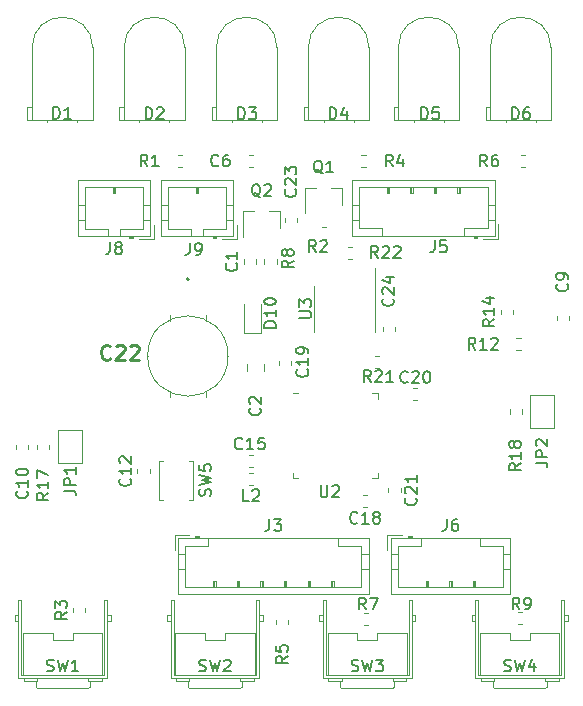
<source format=gbr>
%TF.GenerationSoftware,KiCad,Pcbnew,(5.1.6)-1*%
%TF.CreationDate,2020-12-26T20:27:58+01:00*%
%TF.ProjectId,VESC_UI,56455343-5f55-4492-9e6b-696361645f70,rev?*%
%TF.SameCoordinates,Original*%
%TF.FileFunction,Legend,Top*%
%TF.FilePolarity,Positive*%
%FSLAX46Y46*%
G04 Gerber Fmt 4.6, Leading zero omitted, Abs format (unit mm)*
G04 Created by KiCad (PCBNEW (5.1.6)-1) date 2020-12-26 20:27:58*
%MOMM*%
%LPD*%
G01*
G04 APERTURE LIST*
%ADD10C,0.120000*%
%ADD11C,0.200000*%
%ADD12C,0.100000*%
%ADD13C,0.150000*%
%ADD14C,0.254000*%
G04 APERTURE END LIST*
D10*
%TO.C,C15*%
X135771267Y-107110000D02*
X135428733Y-107110000D01*
X135771267Y-106090000D02*
X135428733Y-106090000D01*
%TO.C,L2*%
X135428733Y-108710000D02*
X135771267Y-108710000D01*
X135428733Y-107690000D02*
X135771267Y-107690000D01*
%TO.C,C12*%
X127010000Y-107328733D02*
X127010000Y-107671267D01*
X125990000Y-107328733D02*
X125990000Y-107671267D01*
%TO.C,SW5*%
X128150000Y-106600000D02*
X127850000Y-106600000D01*
X127850000Y-106600000D02*
X127850000Y-109900000D01*
X127850000Y-109900000D02*
X128150000Y-109900000D01*
X130350000Y-106600000D02*
X130650000Y-106600000D01*
X130650000Y-106600000D02*
X130650000Y-109900000D01*
X130650000Y-109900000D02*
X130350000Y-109900000D01*
%TO.C,C24*%
X146740000Y-95671267D02*
X146740000Y-95328733D01*
X147760000Y-95671267D02*
X147760000Y-95328733D01*
%TO.C,C21*%
X148260000Y-108953733D02*
X148260000Y-109296267D01*
X147240000Y-108953733D02*
X147240000Y-109296267D01*
%TO.C,C20*%
X149328733Y-100490000D02*
X149671267Y-100490000D01*
X149328733Y-101510000D02*
X149671267Y-101510000D01*
%TO.C,C10*%
X116760000Y-105278733D02*
X116760000Y-105621267D01*
X115740000Y-105278733D02*
X115740000Y-105621267D01*
%TO.C,C9*%
X162510000Y-94671267D02*
X162510000Y-94328733D01*
X161490000Y-94671267D02*
X161490000Y-94328733D01*
%TO.C,C6*%
X135796267Y-81760000D02*
X135453733Y-81760000D01*
X135796267Y-80740000D02*
X135453733Y-80740000D01*
%TO.C,C23*%
X138490000Y-86078733D02*
X138490000Y-86421267D01*
X139510000Y-86078733D02*
X139510000Y-86421267D01*
%TO.C,Q2*%
X138080000Y-85490000D02*
X137150000Y-85490000D01*
X134920000Y-85490000D02*
X135850000Y-85490000D01*
X134920000Y-85490000D02*
X134920000Y-87650000D01*
X138080000Y-85490000D02*
X138080000Y-86950000D01*
%TO.C,C1*%
X134990000Y-89578733D02*
X134990000Y-89921267D01*
X136010000Y-89578733D02*
X136010000Y-89921267D01*
%TO.C,R8*%
X136740000Y-89578733D02*
X136740000Y-89921267D01*
X137760000Y-89578733D02*
X137760000Y-89921267D01*
%TO.C,SW1*%
X123002800Y-121200000D02*
X123002800Y-124705200D01*
X120500000Y-121200000D02*
X123002800Y-121200000D01*
X116297200Y-121200000D02*
X116297200Y-124705200D01*
X118800000Y-121200000D02*
X116297200Y-121200000D01*
X117364000Y-125772000D02*
X117364000Y-125264000D01*
X121936000Y-125772000D02*
X121936000Y-125264000D01*
X116348000Y-125264000D02*
X117491000Y-125264000D01*
X116348000Y-125264000D02*
X116348000Y-125010000D01*
X121809000Y-125264000D02*
X122952000Y-125264000D01*
X122952000Y-125264000D02*
X122952000Y-125010000D01*
X117491000Y-125899000D02*
X121809000Y-125899000D01*
X121809000Y-125010000D02*
X121809000Y-125264000D01*
X117491000Y-125264000D02*
X117491000Y-125010000D01*
X120500000Y-121800000D02*
X120500000Y-121200000D01*
X118800000Y-121800000D02*
X118800000Y-121200000D01*
X118800000Y-121800000D02*
X120500000Y-121800000D01*
X115586000Y-120184000D02*
X115586000Y-119676000D01*
X115586000Y-120184000D02*
X115840000Y-120184000D01*
X115840000Y-119676000D02*
X115586000Y-119676000D01*
X123714000Y-120184000D02*
X123460000Y-120184000D01*
X123714000Y-119676000D02*
X123714000Y-120184000D01*
X123587000Y-119676000D02*
X123714000Y-119676000D01*
X123460000Y-119676000D02*
X123587000Y-119676000D01*
X116150000Y-118450000D02*
X116150000Y-124750000D01*
X123150000Y-124750000D02*
X116150000Y-124750000D01*
X123150000Y-118450000D02*
X123150000Y-124750000D01*
X123400000Y-125000000D02*
X123400000Y-118450000D01*
X115900000Y-125000000D02*
X115900000Y-118450000D01*
X115900000Y-118450000D02*
X116150000Y-118450000D01*
X123150000Y-118450000D02*
X123400000Y-118450000D01*
X123400000Y-125000000D02*
X115900000Y-125000000D01*
X121936000Y-125772000D02*
G75*
G02*
X121809000Y-125899000I-127000J0D01*
G01*
X117491000Y-125899000D02*
G75*
G02*
X117364000Y-125772000I0J127000D01*
G01*
%TO.C,SW2*%
X136300000Y-125000000D02*
X128800000Y-125000000D01*
X136050000Y-118450000D02*
X136300000Y-118450000D01*
X128800000Y-118450000D02*
X129050000Y-118450000D01*
X128800000Y-125000000D02*
X128800000Y-118450000D01*
X136300000Y-125000000D02*
X136300000Y-118450000D01*
X136050000Y-118450000D02*
X136050000Y-124750000D01*
X136050000Y-124750000D02*
X129050000Y-124750000D01*
X129050000Y-118450000D02*
X129050000Y-124750000D01*
X136360000Y-119676000D02*
X136487000Y-119676000D01*
X136487000Y-119676000D02*
X136614000Y-119676000D01*
X136614000Y-119676000D02*
X136614000Y-120184000D01*
X136614000Y-120184000D02*
X136360000Y-120184000D01*
X128740000Y-119676000D02*
X128486000Y-119676000D01*
X128486000Y-120184000D02*
X128740000Y-120184000D01*
X128486000Y-120184000D02*
X128486000Y-119676000D01*
X131700000Y-121800000D02*
X133400000Y-121800000D01*
X131700000Y-121800000D02*
X131700000Y-121200000D01*
X133400000Y-121800000D02*
X133400000Y-121200000D01*
X130391000Y-125264000D02*
X130391000Y-125010000D01*
X134709000Y-125010000D02*
X134709000Y-125264000D01*
X130391000Y-125899000D02*
X134709000Y-125899000D01*
X135852000Y-125264000D02*
X135852000Y-125010000D01*
X134709000Y-125264000D02*
X135852000Y-125264000D01*
X129248000Y-125264000D02*
X129248000Y-125010000D01*
X129248000Y-125264000D02*
X130391000Y-125264000D01*
X134836000Y-125772000D02*
X134836000Y-125264000D01*
X130264000Y-125772000D02*
X130264000Y-125264000D01*
X131700000Y-121200000D02*
X129197200Y-121200000D01*
X129197200Y-121200000D02*
X129197200Y-124705200D01*
X133400000Y-121200000D02*
X135902800Y-121200000D01*
X135902800Y-121200000D02*
X135902800Y-124705200D01*
X130391000Y-125899000D02*
G75*
G02*
X130264000Y-125772000I0J127000D01*
G01*
X134836000Y-125772000D02*
G75*
G02*
X134709000Y-125899000I-127000J0D01*
G01*
%TO.C,SW3*%
X148802800Y-121200000D02*
X148802800Y-124705200D01*
X146300000Y-121200000D02*
X148802800Y-121200000D01*
X142097200Y-121200000D02*
X142097200Y-124705200D01*
X144600000Y-121200000D02*
X142097200Y-121200000D01*
X143164000Y-125772000D02*
X143164000Y-125264000D01*
X147736000Y-125772000D02*
X147736000Y-125264000D01*
X142148000Y-125264000D02*
X143291000Y-125264000D01*
X142148000Y-125264000D02*
X142148000Y-125010000D01*
X147609000Y-125264000D02*
X148752000Y-125264000D01*
X148752000Y-125264000D02*
X148752000Y-125010000D01*
X143291000Y-125899000D02*
X147609000Y-125899000D01*
X147609000Y-125010000D02*
X147609000Y-125264000D01*
X143291000Y-125264000D02*
X143291000Y-125010000D01*
X146300000Y-121800000D02*
X146300000Y-121200000D01*
X144600000Y-121800000D02*
X144600000Y-121200000D01*
X144600000Y-121800000D02*
X146300000Y-121800000D01*
X141386000Y-120184000D02*
X141386000Y-119676000D01*
X141386000Y-120184000D02*
X141640000Y-120184000D01*
X141640000Y-119676000D02*
X141386000Y-119676000D01*
X149514000Y-120184000D02*
X149260000Y-120184000D01*
X149514000Y-119676000D02*
X149514000Y-120184000D01*
X149387000Y-119676000D02*
X149514000Y-119676000D01*
X149260000Y-119676000D02*
X149387000Y-119676000D01*
X141950000Y-118450000D02*
X141950000Y-124750000D01*
X148950000Y-124750000D02*
X141950000Y-124750000D01*
X148950000Y-118450000D02*
X148950000Y-124750000D01*
X149200000Y-125000000D02*
X149200000Y-118450000D01*
X141700000Y-125000000D02*
X141700000Y-118450000D01*
X141700000Y-118450000D02*
X141950000Y-118450000D01*
X148950000Y-118450000D02*
X149200000Y-118450000D01*
X149200000Y-125000000D02*
X141700000Y-125000000D01*
X147736000Y-125772000D02*
G75*
G02*
X147609000Y-125899000I-127000J0D01*
G01*
X143291000Y-125899000D02*
G75*
G02*
X143164000Y-125772000I0J127000D01*
G01*
%TO.C,SW4*%
X162100000Y-125000000D02*
X154600000Y-125000000D01*
X161850000Y-118450000D02*
X162100000Y-118450000D01*
X154600000Y-118450000D02*
X154850000Y-118450000D01*
X154600000Y-125000000D02*
X154600000Y-118450000D01*
X162100000Y-125000000D02*
X162100000Y-118450000D01*
X161850000Y-118450000D02*
X161850000Y-124750000D01*
X161850000Y-124750000D02*
X154850000Y-124750000D01*
X154850000Y-118450000D02*
X154850000Y-124750000D01*
X162160000Y-119676000D02*
X162287000Y-119676000D01*
X162287000Y-119676000D02*
X162414000Y-119676000D01*
X162414000Y-119676000D02*
X162414000Y-120184000D01*
X162414000Y-120184000D02*
X162160000Y-120184000D01*
X154540000Y-119676000D02*
X154286000Y-119676000D01*
X154286000Y-120184000D02*
X154540000Y-120184000D01*
X154286000Y-120184000D02*
X154286000Y-119676000D01*
X157500000Y-121800000D02*
X159200000Y-121800000D01*
X157500000Y-121800000D02*
X157500000Y-121200000D01*
X159200000Y-121800000D02*
X159200000Y-121200000D01*
X156191000Y-125264000D02*
X156191000Y-125010000D01*
X160509000Y-125010000D02*
X160509000Y-125264000D01*
X156191000Y-125899000D02*
X160509000Y-125899000D01*
X161652000Y-125264000D02*
X161652000Y-125010000D01*
X160509000Y-125264000D02*
X161652000Y-125264000D01*
X155048000Y-125264000D02*
X155048000Y-125010000D01*
X155048000Y-125264000D02*
X156191000Y-125264000D01*
X160636000Y-125772000D02*
X160636000Y-125264000D01*
X156064000Y-125772000D02*
X156064000Y-125264000D01*
X157500000Y-121200000D02*
X154997200Y-121200000D01*
X154997200Y-121200000D02*
X154997200Y-124705200D01*
X159200000Y-121200000D02*
X161702800Y-121200000D01*
X161702800Y-121200000D02*
X161702800Y-124705200D01*
X156191000Y-125899000D02*
G75*
G02*
X156064000Y-125772000I0J127000D01*
G01*
X160636000Y-125772000D02*
G75*
G02*
X160509000Y-125899000I-127000J0D01*
G01*
%TO.C,R21*%
X146078733Y-98760000D02*
X146421267Y-98760000D01*
X146078733Y-97740000D02*
X146421267Y-97740000D01*
%TO.C,U3*%
X146060000Y-93750000D02*
X146060000Y-90300000D01*
X146060000Y-93750000D02*
X146060000Y-95700000D01*
X140940000Y-93750000D02*
X140940000Y-91800000D01*
X140940000Y-93750000D02*
X140940000Y-95700000D01*
%TO.C,J5*%
X156235000Y-87560000D02*
X156235000Y-82840000D01*
X156235000Y-82840000D02*
X144115000Y-82840000D01*
X144115000Y-82840000D02*
X144115000Y-87560000D01*
X144115000Y-87560000D02*
X156235000Y-87560000D01*
X154475000Y-87560000D02*
X154475000Y-87760000D01*
X154475000Y-87760000D02*
X154775000Y-87760000D01*
X154775000Y-87760000D02*
X154775000Y-87560000D01*
X154475000Y-87660000D02*
X154775000Y-87660000D01*
X153675000Y-87560000D02*
X153675000Y-86950000D01*
X153675000Y-86950000D02*
X155625000Y-86950000D01*
X155625000Y-86950000D02*
X155625000Y-83450000D01*
X155625000Y-83450000D02*
X144725000Y-83450000D01*
X144725000Y-83450000D02*
X144725000Y-86950000D01*
X144725000Y-86950000D02*
X146675000Y-86950000D01*
X146675000Y-86950000D02*
X146675000Y-87560000D01*
X156235000Y-86250000D02*
X155625000Y-86250000D01*
X156235000Y-84950000D02*
X155625000Y-84950000D01*
X144115000Y-86250000D02*
X144725000Y-86250000D01*
X144115000Y-84950000D02*
X144725000Y-84950000D01*
X153275000Y-83450000D02*
X153275000Y-83950000D01*
X153275000Y-83950000D02*
X153075000Y-83950000D01*
X153075000Y-83950000D02*
X153075000Y-83450000D01*
X153175000Y-83450000D02*
X153175000Y-83950000D01*
X151275000Y-83450000D02*
X151275000Y-83950000D01*
X151275000Y-83950000D02*
X151075000Y-83950000D01*
X151075000Y-83950000D02*
X151075000Y-83450000D01*
X151175000Y-83450000D02*
X151175000Y-83950000D01*
X149275000Y-83450000D02*
X149275000Y-83950000D01*
X149275000Y-83950000D02*
X149075000Y-83950000D01*
X149075000Y-83950000D02*
X149075000Y-83450000D01*
X149175000Y-83450000D02*
X149175000Y-83950000D01*
X147275000Y-83450000D02*
X147275000Y-83950000D01*
X147275000Y-83950000D02*
X147075000Y-83950000D01*
X147075000Y-83950000D02*
X147075000Y-83450000D01*
X147175000Y-83450000D02*
X147175000Y-83950000D01*
X155285000Y-87860000D02*
X156535000Y-87860000D01*
X156535000Y-87860000D02*
X156535000Y-86610000D01*
%TO.C,D6*%
X157160000Y-77920000D02*
X157160000Y-77920000D01*
X157160000Y-77790000D02*
X157160000Y-77920000D01*
X157160000Y-77790000D02*
X157160000Y-77790000D01*
X157160000Y-77920000D02*
X157160000Y-77790000D01*
X159700000Y-77920000D02*
X159700000Y-77920000D01*
X159700000Y-77790000D02*
X159700000Y-77920000D01*
X159700000Y-77790000D02*
X159700000Y-77790000D01*
X159700000Y-77920000D02*
X159700000Y-77790000D01*
X155870000Y-77790000D02*
X155470000Y-77790000D01*
X155870000Y-76670000D02*
X155870000Y-77790000D01*
X155470000Y-76670000D02*
X155870000Y-76670000D01*
X155470000Y-77790000D02*
X155470000Y-76670000D01*
X160990000Y-77790000D02*
X155870000Y-77790000D01*
X155870000Y-77790000D02*
X155870000Y-71630000D01*
X160990000Y-77790000D02*
X160990000Y-71630000D01*
X155870000Y-71630000D02*
G75*
G02*
X160990000Y-71630000I2560000J0D01*
G01*
%TO.C,D5*%
X149360000Y-77920000D02*
X149360000Y-77920000D01*
X149360000Y-77790000D02*
X149360000Y-77920000D01*
X149360000Y-77790000D02*
X149360000Y-77790000D01*
X149360000Y-77920000D02*
X149360000Y-77790000D01*
X151900000Y-77920000D02*
X151900000Y-77920000D01*
X151900000Y-77790000D02*
X151900000Y-77920000D01*
X151900000Y-77790000D02*
X151900000Y-77790000D01*
X151900000Y-77920000D02*
X151900000Y-77790000D01*
X148070000Y-77790000D02*
X147670000Y-77790000D01*
X148070000Y-76670000D02*
X148070000Y-77790000D01*
X147670000Y-76670000D02*
X148070000Y-76670000D01*
X147670000Y-77790000D02*
X147670000Y-76670000D01*
X153190000Y-77790000D02*
X148070000Y-77790000D01*
X148070000Y-77790000D02*
X148070000Y-71630000D01*
X153190000Y-77790000D02*
X153190000Y-71630000D01*
X148070000Y-71630000D02*
G75*
G02*
X153190000Y-71630000I2560000J0D01*
G01*
%TO.C,D4*%
X141750000Y-77920000D02*
X141750000Y-77920000D01*
X141750000Y-77790000D02*
X141750000Y-77920000D01*
X141750000Y-77790000D02*
X141750000Y-77790000D01*
X141750000Y-77920000D02*
X141750000Y-77790000D01*
X144290000Y-77920000D02*
X144290000Y-77920000D01*
X144290000Y-77790000D02*
X144290000Y-77920000D01*
X144290000Y-77790000D02*
X144290000Y-77790000D01*
X144290000Y-77920000D02*
X144290000Y-77790000D01*
X140460000Y-77790000D02*
X140060000Y-77790000D01*
X140460000Y-76670000D02*
X140460000Y-77790000D01*
X140060000Y-76670000D02*
X140460000Y-76670000D01*
X140060000Y-77790000D02*
X140060000Y-76670000D01*
X145580000Y-77790000D02*
X140460000Y-77790000D01*
X140460000Y-77790000D02*
X140460000Y-71630000D01*
X145580000Y-77790000D02*
X145580000Y-71630000D01*
X140460000Y-71630000D02*
G75*
G02*
X145580000Y-71630000I2560000J0D01*
G01*
%TO.C,D3*%
X133960000Y-77920000D02*
X133960000Y-77920000D01*
X133960000Y-77790000D02*
X133960000Y-77920000D01*
X133960000Y-77790000D02*
X133960000Y-77790000D01*
X133960000Y-77920000D02*
X133960000Y-77790000D01*
X136500000Y-77920000D02*
X136500000Y-77920000D01*
X136500000Y-77790000D02*
X136500000Y-77920000D01*
X136500000Y-77790000D02*
X136500000Y-77790000D01*
X136500000Y-77920000D02*
X136500000Y-77790000D01*
X132670000Y-77790000D02*
X132270000Y-77790000D01*
X132670000Y-76670000D02*
X132670000Y-77790000D01*
X132270000Y-76670000D02*
X132670000Y-76670000D01*
X132270000Y-77790000D02*
X132270000Y-76670000D01*
X137790000Y-77790000D02*
X132670000Y-77790000D01*
X132670000Y-77790000D02*
X132670000Y-71630000D01*
X137790000Y-77790000D02*
X137790000Y-71630000D01*
X132670000Y-71630000D02*
G75*
G02*
X137790000Y-71630000I2560000J0D01*
G01*
%TO.C,D2*%
X126150000Y-77920000D02*
X126150000Y-77920000D01*
X126150000Y-77790000D02*
X126150000Y-77920000D01*
X126150000Y-77790000D02*
X126150000Y-77790000D01*
X126150000Y-77920000D02*
X126150000Y-77790000D01*
X128690000Y-77920000D02*
X128690000Y-77920000D01*
X128690000Y-77790000D02*
X128690000Y-77920000D01*
X128690000Y-77790000D02*
X128690000Y-77790000D01*
X128690000Y-77920000D02*
X128690000Y-77790000D01*
X124860000Y-77790000D02*
X124460000Y-77790000D01*
X124860000Y-76670000D02*
X124860000Y-77790000D01*
X124460000Y-76670000D02*
X124860000Y-76670000D01*
X124460000Y-77790000D02*
X124460000Y-76670000D01*
X129980000Y-77790000D02*
X124860000Y-77790000D01*
X124860000Y-77790000D02*
X124860000Y-71630000D01*
X129980000Y-77790000D02*
X129980000Y-71630000D01*
X124860000Y-71630000D02*
G75*
G02*
X129980000Y-71630000I2560000J0D01*
G01*
%TO.C,D1*%
X118360000Y-77920000D02*
X118360000Y-77920000D01*
X118360000Y-77790000D02*
X118360000Y-77920000D01*
X118360000Y-77790000D02*
X118360000Y-77790000D01*
X118360000Y-77920000D02*
X118360000Y-77790000D01*
X120900000Y-77920000D02*
X120900000Y-77920000D01*
X120900000Y-77790000D02*
X120900000Y-77920000D01*
X120900000Y-77790000D02*
X120900000Y-77790000D01*
X120900000Y-77920000D02*
X120900000Y-77790000D01*
X117070000Y-77790000D02*
X116670000Y-77790000D01*
X117070000Y-76670000D02*
X117070000Y-77790000D01*
X116670000Y-76670000D02*
X117070000Y-76670000D01*
X116670000Y-77790000D02*
X116670000Y-76670000D01*
X122190000Y-77790000D02*
X117070000Y-77790000D01*
X117070000Y-77790000D02*
X117070000Y-71630000D01*
X122190000Y-77790000D02*
X122190000Y-71630000D01*
X117070000Y-71630000D02*
G75*
G02*
X122190000Y-71630000I2560000J0D01*
G01*
%TO.C,C2*%
X136710000Y-98986252D02*
X136710000Y-98463748D01*
X135290000Y-98986252D02*
X135290000Y-98463748D01*
%TO.C,J6*%
X147440000Y-113190000D02*
X147440000Y-117910000D01*
X147440000Y-117910000D02*
X157560000Y-117910000D01*
X157560000Y-117910000D02*
X157560000Y-113190000D01*
X157560000Y-113190000D02*
X147440000Y-113190000D01*
X149200000Y-113190000D02*
X149200000Y-112990000D01*
X149200000Y-112990000D02*
X148900000Y-112990000D01*
X148900000Y-112990000D02*
X148900000Y-113190000D01*
X149200000Y-113090000D02*
X148900000Y-113090000D01*
X150000000Y-113190000D02*
X150000000Y-113800000D01*
X150000000Y-113800000D02*
X148050000Y-113800000D01*
X148050000Y-113800000D02*
X148050000Y-117300000D01*
X148050000Y-117300000D02*
X156950000Y-117300000D01*
X156950000Y-117300000D02*
X156950000Y-113800000D01*
X156950000Y-113800000D02*
X155000000Y-113800000D01*
X155000000Y-113800000D02*
X155000000Y-113190000D01*
X147440000Y-114500000D02*
X148050000Y-114500000D01*
X147440000Y-115800000D02*
X148050000Y-115800000D01*
X157560000Y-114500000D02*
X156950000Y-114500000D01*
X157560000Y-115800000D02*
X156950000Y-115800000D01*
X150400000Y-117300000D02*
X150400000Y-116800000D01*
X150400000Y-116800000D02*
X150600000Y-116800000D01*
X150600000Y-116800000D02*
X150600000Y-117300000D01*
X150500000Y-117300000D02*
X150500000Y-116800000D01*
X152400000Y-117300000D02*
X152400000Y-116800000D01*
X152400000Y-116800000D02*
X152600000Y-116800000D01*
X152600000Y-116800000D02*
X152600000Y-117300000D01*
X152500000Y-117300000D02*
X152500000Y-116800000D01*
X154400000Y-117300000D02*
X154400000Y-116800000D01*
X154400000Y-116800000D02*
X154600000Y-116800000D01*
X154600000Y-116800000D02*
X154600000Y-117300000D01*
X154500000Y-117300000D02*
X154500000Y-116800000D01*
X148390000Y-112890000D02*
X147140000Y-112890000D01*
X147140000Y-112890000D02*
X147140000Y-114140000D01*
%TO.C,C18*%
X145078733Y-109490000D02*
X145421267Y-109490000D01*
X145078733Y-110510000D02*
X145421267Y-110510000D01*
%TO.C,C19*%
X137990000Y-98546267D02*
X137990000Y-98203733D01*
X139010000Y-98546267D02*
X139010000Y-98203733D01*
D11*
%TO.C,C22*%
X130350000Y-91250000D02*
X130350000Y-91250000D01*
X130150000Y-91250000D02*
X130150000Y-91250000D01*
D12*
X131750000Y-100750000D02*
X131750000Y-101250000D01*
X128750000Y-100750000D02*
X128750000Y-101250000D01*
X131750000Y-94750000D02*
X131750000Y-94250000D01*
X128750000Y-94750000D02*
X128750000Y-94250000D01*
X133650000Y-97750000D02*
X133650000Y-97750000D01*
X126850000Y-97750000D02*
X126850000Y-97750000D01*
X133650000Y-97750000D02*
G75*
G03*
X126850000Y-97750000I-3400000J0D01*
G01*
X126850000Y-97750000D02*
G75*
G03*
X133650000Y-97750000I3400000J0D01*
G01*
D11*
X130350000Y-91250000D02*
G75*
G03*
X130150000Y-91250000I-100000J0D01*
G01*
X130150000Y-91250000D02*
G75*
G03*
X130350000Y-91250000I100000J0D01*
G01*
D10*
%TO.C,D10*%
X136485000Y-95785000D02*
X136485000Y-93325000D01*
X135015000Y-95785000D02*
X136485000Y-95785000D01*
X135015000Y-93325000D02*
X135015000Y-95785000D01*
%TO.C,J3*%
X129140000Y-112890000D02*
X129140000Y-114140000D01*
X130390000Y-112890000D02*
X129140000Y-112890000D01*
X142500000Y-117300000D02*
X142500000Y-116800000D01*
X142600000Y-116800000D02*
X142600000Y-117300000D01*
X142400000Y-116800000D02*
X142600000Y-116800000D01*
X142400000Y-117300000D02*
X142400000Y-116800000D01*
X140500000Y-117300000D02*
X140500000Y-116800000D01*
X140600000Y-116800000D02*
X140600000Y-117300000D01*
X140400000Y-116800000D02*
X140600000Y-116800000D01*
X140400000Y-117300000D02*
X140400000Y-116800000D01*
X138500000Y-117300000D02*
X138500000Y-116800000D01*
X138600000Y-116800000D02*
X138600000Y-117300000D01*
X138400000Y-116800000D02*
X138600000Y-116800000D01*
X138400000Y-117300000D02*
X138400000Y-116800000D01*
X136500000Y-117300000D02*
X136500000Y-116800000D01*
X136600000Y-116800000D02*
X136600000Y-117300000D01*
X136400000Y-116800000D02*
X136600000Y-116800000D01*
X136400000Y-117300000D02*
X136400000Y-116800000D01*
X134500000Y-117300000D02*
X134500000Y-116800000D01*
X134600000Y-116800000D02*
X134600000Y-117300000D01*
X134400000Y-116800000D02*
X134600000Y-116800000D01*
X134400000Y-117300000D02*
X134400000Y-116800000D01*
X132500000Y-117300000D02*
X132500000Y-116800000D01*
X132600000Y-116800000D02*
X132600000Y-117300000D01*
X132400000Y-116800000D02*
X132600000Y-116800000D01*
X132400000Y-117300000D02*
X132400000Y-116800000D01*
X145560000Y-115800000D02*
X144950000Y-115800000D01*
X145560000Y-114500000D02*
X144950000Y-114500000D01*
X129440000Y-115800000D02*
X130050000Y-115800000D01*
X129440000Y-114500000D02*
X130050000Y-114500000D01*
X143000000Y-113800000D02*
X143000000Y-113190000D01*
X144950000Y-113800000D02*
X143000000Y-113800000D01*
X144950000Y-117300000D02*
X144950000Y-113800000D01*
X130050000Y-117300000D02*
X144950000Y-117300000D01*
X130050000Y-113800000D02*
X130050000Y-117300000D01*
X132000000Y-113800000D02*
X130050000Y-113800000D01*
X132000000Y-113190000D02*
X132000000Y-113800000D01*
X131200000Y-113090000D02*
X130900000Y-113090000D01*
X130900000Y-112990000D02*
X130900000Y-113190000D01*
X131200000Y-112990000D02*
X130900000Y-112990000D01*
X131200000Y-113190000D02*
X131200000Y-112990000D01*
X145560000Y-113190000D02*
X129440000Y-113190000D01*
X145560000Y-117910000D02*
X145560000Y-113190000D01*
X129440000Y-117910000D02*
X145560000Y-117910000D01*
X129440000Y-113190000D02*
X129440000Y-117910000D01*
%TO.C,JP1*%
X119250000Y-104050000D02*
X121250000Y-104050000D01*
X119250000Y-106850000D02*
X119250000Y-104050000D01*
X121250000Y-106850000D02*
X119250000Y-106850000D01*
X121250000Y-104050000D02*
X121250000Y-106850000D01*
%TO.C,JP2*%
X161250000Y-101050000D02*
X161250000Y-103850000D01*
X161250000Y-103850000D02*
X159250000Y-103850000D01*
X159250000Y-103850000D02*
X159250000Y-101050000D01*
X159250000Y-101050000D02*
X161250000Y-101050000D01*
%TO.C,Q1*%
X143330000Y-83490000D02*
X143330000Y-84950000D01*
X140170000Y-83490000D02*
X140170000Y-85650000D01*
X140170000Y-83490000D02*
X141100000Y-83490000D01*
X143330000Y-83490000D02*
X142400000Y-83490000D01*
%TO.C,R1*%
X129453733Y-80740000D02*
X129796267Y-80740000D01*
X129453733Y-81760000D02*
X129796267Y-81760000D01*
%TO.C,R2*%
X141578733Y-86790000D02*
X141921267Y-86790000D01*
X141578733Y-87810000D02*
X141921267Y-87810000D01*
%TO.C,R3*%
X121510000Y-119421267D02*
X121510000Y-119078733D01*
X120490000Y-119421267D02*
X120490000Y-119078733D01*
%TO.C,R4*%
X144953733Y-81760000D02*
X145296267Y-81760000D01*
X144953733Y-80740000D02*
X145296267Y-80740000D01*
%TO.C,R5*%
X138760000Y-120421267D02*
X138760000Y-120078733D01*
X137740000Y-120421267D02*
X137740000Y-120078733D01*
%TO.C,R6*%
X158796267Y-81760000D02*
X158453733Y-81760000D01*
X158796267Y-80740000D02*
X158453733Y-80740000D01*
%TO.C,R7*%
X145546267Y-120510000D02*
X145203733Y-120510000D01*
X145546267Y-119490000D02*
X145203733Y-119490000D01*
%TO.C,R9*%
X158546267Y-119440000D02*
X158203733Y-119440000D01*
X158546267Y-120460000D02*
X158203733Y-120460000D01*
%TO.C,R12*%
X158421267Y-96240000D02*
X158078733Y-96240000D01*
X158421267Y-97260000D02*
X158078733Y-97260000D01*
%TO.C,R14*%
X156740000Y-94171267D02*
X156740000Y-93828733D01*
X157760000Y-94171267D02*
X157760000Y-93828733D01*
%TO.C,R17*%
X117490000Y-105278733D02*
X117490000Y-105621267D01*
X118510000Y-105278733D02*
X118510000Y-105621267D01*
%TO.C,R18*%
X158510000Y-102278733D02*
X158510000Y-102621267D01*
X157490000Y-102278733D02*
X157490000Y-102621267D01*
%TO.C,R22*%
X143828733Y-89510000D02*
X144171267Y-89510000D01*
X143828733Y-88490000D02*
X144171267Y-88490000D01*
%TO.C,U2*%
X139615000Y-100890000D02*
X139140000Y-100890000D01*
X146360000Y-108110000D02*
X146360000Y-107635000D01*
X145885000Y-108110000D02*
X146360000Y-108110000D01*
X139140000Y-108110000D02*
X139140000Y-107635000D01*
X139615000Y-108110000D02*
X139140000Y-108110000D01*
X146360000Y-100890000D02*
X146360000Y-101365000D01*
X145885000Y-100890000D02*
X146360000Y-100890000D01*
%TO.C,J8*%
X127360000Y-87885000D02*
X127360000Y-86635000D01*
X126110000Y-87885000D02*
X127360000Y-87885000D01*
X124000000Y-83475000D02*
X124000000Y-83975000D01*
X123900000Y-83975000D02*
X123900000Y-83475000D01*
X124100000Y-83975000D02*
X123900000Y-83975000D01*
X124100000Y-83475000D02*
X124100000Y-83975000D01*
X120940000Y-84975000D02*
X121550000Y-84975000D01*
X120940000Y-86275000D02*
X121550000Y-86275000D01*
X127060000Y-84975000D02*
X126450000Y-84975000D01*
X127060000Y-86275000D02*
X126450000Y-86275000D01*
X123500000Y-86975000D02*
X123500000Y-87585000D01*
X121550000Y-86975000D02*
X123500000Y-86975000D01*
X121550000Y-83475000D02*
X121550000Y-86975000D01*
X126450000Y-83475000D02*
X121550000Y-83475000D01*
X126450000Y-86975000D02*
X126450000Y-83475000D01*
X124500000Y-86975000D02*
X126450000Y-86975000D01*
X124500000Y-87585000D02*
X124500000Y-86975000D01*
X125300000Y-87685000D02*
X125600000Y-87685000D01*
X125600000Y-87785000D02*
X125600000Y-87585000D01*
X125300000Y-87785000D02*
X125600000Y-87785000D01*
X125300000Y-87585000D02*
X125300000Y-87785000D01*
X120940000Y-87585000D02*
X127060000Y-87585000D01*
X120940000Y-82865000D02*
X120940000Y-87585000D01*
X127060000Y-82865000D02*
X120940000Y-82865000D01*
X127060000Y-87585000D02*
X127060000Y-82865000D01*
%TO.C,J9*%
X134110000Y-87585000D02*
X134110000Y-82865000D01*
X134110000Y-82865000D02*
X127990000Y-82865000D01*
X127990000Y-82865000D02*
X127990000Y-87585000D01*
X127990000Y-87585000D02*
X134110000Y-87585000D01*
X132350000Y-87585000D02*
X132350000Y-87785000D01*
X132350000Y-87785000D02*
X132650000Y-87785000D01*
X132650000Y-87785000D02*
X132650000Y-87585000D01*
X132350000Y-87685000D02*
X132650000Y-87685000D01*
X131550000Y-87585000D02*
X131550000Y-86975000D01*
X131550000Y-86975000D02*
X133500000Y-86975000D01*
X133500000Y-86975000D02*
X133500000Y-83475000D01*
X133500000Y-83475000D02*
X128600000Y-83475000D01*
X128600000Y-83475000D02*
X128600000Y-86975000D01*
X128600000Y-86975000D02*
X130550000Y-86975000D01*
X130550000Y-86975000D02*
X130550000Y-87585000D01*
X134110000Y-86275000D02*
X133500000Y-86275000D01*
X134110000Y-84975000D02*
X133500000Y-84975000D01*
X127990000Y-86275000D02*
X128600000Y-86275000D01*
X127990000Y-84975000D02*
X128600000Y-84975000D01*
X131150000Y-83475000D02*
X131150000Y-83975000D01*
X131150000Y-83975000D02*
X130950000Y-83975000D01*
X130950000Y-83975000D02*
X130950000Y-83475000D01*
X131050000Y-83475000D02*
X131050000Y-83975000D01*
X133160000Y-87885000D02*
X134410000Y-87885000D01*
X134410000Y-87885000D02*
X134410000Y-86635000D01*
%TO.C,C15*%
D13*
X134857142Y-105557142D02*
X134809523Y-105604761D01*
X134666666Y-105652380D01*
X134571428Y-105652380D01*
X134428571Y-105604761D01*
X134333333Y-105509523D01*
X134285714Y-105414285D01*
X134238095Y-105223809D01*
X134238095Y-105080952D01*
X134285714Y-104890476D01*
X134333333Y-104795238D01*
X134428571Y-104700000D01*
X134571428Y-104652380D01*
X134666666Y-104652380D01*
X134809523Y-104700000D01*
X134857142Y-104747619D01*
X135809523Y-105652380D02*
X135238095Y-105652380D01*
X135523809Y-105652380D02*
X135523809Y-104652380D01*
X135428571Y-104795238D01*
X135333333Y-104890476D01*
X135238095Y-104938095D01*
X136714285Y-104652380D02*
X136238095Y-104652380D01*
X136190476Y-105128571D01*
X136238095Y-105080952D01*
X136333333Y-105033333D01*
X136571428Y-105033333D01*
X136666666Y-105080952D01*
X136714285Y-105128571D01*
X136761904Y-105223809D01*
X136761904Y-105461904D01*
X136714285Y-105557142D01*
X136666666Y-105604761D01*
X136571428Y-105652380D01*
X136333333Y-105652380D01*
X136238095Y-105604761D01*
X136190476Y-105557142D01*
%TO.C,L2*%
X135433333Y-110052380D02*
X134957142Y-110052380D01*
X134957142Y-109052380D01*
X135719047Y-109147619D02*
X135766666Y-109100000D01*
X135861904Y-109052380D01*
X136100000Y-109052380D01*
X136195238Y-109100000D01*
X136242857Y-109147619D01*
X136290476Y-109242857D01*
X136290476Y-109338095D01*
X136242857Y-109480952D01*
X135671428Y-110052380D01*
X136290476Y-110052380D01*
%TO.C,C12*%
X125357142Y-108142857D02*
X125404761Y-108190476D01*
X125452380Y-108333333D01*
X125452380Y-108428571D01*
X125404761Y-108571428D01*
X125309523Y-108666666D01*
X125214285Y-108714285D01*
X125023809Y-108761904D01*
X124880952Y-108761904D01*
X124690476Y-108714285D01*
X124595238Y-108666666D01*
X124500000Y-108571428D01*
X124452380Y-108428571D01*
X124452380Y-108333333D01*
X124500000Y-108190476D01*
X124547619Y-108142857D01*
X125452380Y-107190476D02*
X125452380Y-107761904D01*
X125452380Y-107476190D02*
X124452380Y-107476190D01*
X124595238Y-107571428D01*
X124690476Y-107666666D01*
X124738095Y-107761904D01*
X124547619Y-106809523D02*
X124500000Y-106761904D01*
X124452380Y-106666666D01*
X124452380Y-106428571D01*
X124500000Y-106333333D01*
X124547619Y-106285714D01*
X124642857Y-106238095D01*
X124738095Y-106238095D01*
X124880952Y-106285714D01*
X125452380Y-106857142D01*
X125452380Y-106238095D01*
%TO.C,SW5*%
X132154761Y-109583333D02*
X132202380Y-109440476D01*
X132202380Y-109202380D01*
X132154761Y-109107142D01*
X132107142Y-109059523D01*
X132011904Y-109011904D01*
X131916666Y-109011904D01*
X131821428Y-109059523D01*
X131773809Y-109107142D01*
X131726190Y-109202380D01*
X131678571Y-109392857D01*
X131630952Y-109488095D01*
X131583333Y-109535714D01*
X131488095Y-109583333D01*
X131392857Y-109583333D01*
X131297619Y-109535714D01*
X131250000Y-109488095D01*
X131202380Y-109392857D01*
X131202380Y-109154761D01*
X131250000Y-109011904D01*
X131202380Y-108678571D02*
X132202380Y-108440476D01*
X131488095Y-108250000D01*
X132202380Y-108059523D01*
X131202380Y-107821428D01*
X131202380Y-106964285D02*
X131202380Y-107440476D01*
X131678571Y-107488095D01*
X131630952Y-107440476D01*
X131583333Y-107345238D01*
X131583333Y-107107142D01*
X131630952Y-107011904D01*
X131678571Y-106964285D01*
X131773809Y-106916666D01*
X132011904Y-106916666D01*
X132107142Y-106964285D01*
X132154761Y-107011904D01*
X132202380Y-107107142D01*
X132202380Y-107345238D01*
X132154761Y-107440476D01*
X132107142Y-107488095D01*
%TO.C,C24*%
X147607142Y-92892857D02*
X147654761Y-92940476D01*
X147702380Y-93083333D01*
X147702380Y-93178571D01*
X147654761Y-93321428D01*
X147559523Y-93416666D01*
X147464285Y-93464285D01*
X147273809Y-93511904D01*
X147130952Y-93511904D01*
X146940476Y-93464285D01*
X146845238Y-93416666D01*
X146750000Y-93321428D01*
X146702380Y-93178571D01*
X146702380Y-93083333D01*
X146750000Y-92940476D01*
X146797619Y-92892857D01*
X146797619Y-92511904D02*
X146750000Y-92464285D01*
X146702380Y-92369047D01*
X146702380Y-92130952D01*
X146750000Y-92035714D01*
X146797619Y-91988095D01*
X146892857Y-91940476D01*
X146988095Y-91940476D01*
X147130952Y-91988095D01*
X147702380Y-92559523D01*
X147702380Y-91940476D01*
X147035714Y-91083333D02*
X147702380Y-91083333D01*
X146654761Y-91321428D02*
X147369047Y-91559523D01*
X147369047Y-90940476D01*
%TO.C,C21*%
X149537142Y-109767857D02*
X149584761Y-109815476D01*
X149632380Y-109958333D01*
X149632380Y-110053571D01*
X149584761Y-110196428D01*
X149489523Y-110291666D01*
X149394285Y-110339285D01*
X149203809Y-110386904D01*
X149060952Y-110386904D01*
X148870476Y-110339285D01*
X148775238Y-110291666D01*
X148680000Y-110196428D01*
X148632380Y-110053571D01*
X148632380Y-109958333D01*
X148680000Y-109815476D01*
X148727619Y-109767857D01*
X148727619Y-109386904D02*
X148680000Y-109339285D01*
X148632380Y-109244047D01*
X148632380Y-109005952D01*
X148680000Y-108910714D01*
X148727619Y-108863095D01*
X148822857Y-108815476D01*
X148918095Y-108815476D01*
X149060952Y-108863095D01*
X149632380Y-109434523D01*
X149632380Y-108815476D01*
X149632380Y-107863095D02*
X149632380Y-108434523D01*
X149632380Y-108148809D02*
X148632380Y-108148809D01*
X148775238Y-108244047D01*
X148870476Y-108339285D01*
X148918095Y-108434523D01*
%TO.C,C20*%
X148857142Y-99927142D02*
X148809523Y-99974761D01*
X148666666Y-100022380D01*
X148571428Y-100022380D01*
X148428571Y-99974761D01*
X148333333Y-99879523D01*
X148285714Y-99784285D01*
X148238095Y-99593809D01*
X148238095Y-99450952D01*
X148285714Y-99260476D01*
X148333333Y-99165238D01*
X148428571Y-99070000D01*
X148571428Y-99022380D01*
X148666666Y-99022380D01*
X148809523Y-99070000D01*
X148857142Y-99117619D01*
X149238095Y-99117619D02*
X149285714Y-99070000D01*
X149380952Y-99022380D01*
X149619047Y-99022380D01*
X149714285Y-99070000D01*
X149761904Y-99117619D01*
X149809523Y-99212857D01*
X149809523Y-99308095D01*
X149761904Y-99450952D01*
X149190476Y-100022380D01*
X149809523Y-100022380D01*
X150428571Y-99022380D02*
X150523809Y-99022380D01*
X150619047Y-99070000D01*
X150666666Y-99117619D01*
X150714285Y-99212857D01*
X150761904Y-99403333D01*
X150761904Y-99641428D01*
X150714285Y-99831904D01*
X150666666Y-99927142D01*
X150619047Y-99974761D01*
X150523809Y-100022380D01*
X150428571Y-100022380D01*
X150333333Y-99974761D01*
X150285714Y-99927142D01*
X150238095Y-99831904D01*
X150190476Y-99641428D01*
X150190476Y-99403333D01*
X150238095Y-99212857D01*
X150285714Y-99117619D01*
X150333333Y-99070000D01*
X150428571Y-99022380D01*
%TO.C,C10*%
X116607142Y-109192857D02*
X116654761Y-109240476D01*
X116702380Y-109383333D01*
X116702380Y-109478571D01*
X116654761Y-109621428D01*
X116559523Y-109716666D01*
X116464285Y-109764285D01*
X116273809Y-109811904D01*
X116130952Y-109811904D01*
X115940476Y-109764285D01*
X115845238Y-109716666D01*
X115750000Y-109621428D01*
X115702380Y-109478571D01*
X115702380Y-109383333D01*
X115750000Y-109240476D01*
X115797619Y-109192857D01*
X116702380Y-108240476D02*
X116702380Y-108811904D01*
X116702380Y-108526190D02*
X115702380Y-108526190D01*
X115845238Y-108621428D01*
X115940476Y-108716666D01*
X115988095Y-108811904D01*
X115702380Y-107621428D02*
X115702380Y-107526190D01*
X115750000Y-107430952D01*
X115797619Y-107383333D01*
X115892857Y-107335714D01*
X116083333Y-107288095D01*
X116321428Y-107288095D01*
X116511904Y-107335714D01*
X116607142Y-107383333D01*
X116654761Y-107430952D01*
X116702380Y-107526190D01*
X116702380Y-107621428D01*
X116654761Y-107716666D01*
X116607142Y-107764285D01*
X116511904Y-107811904D01*
X116321428Y-107859523D01*
X116083333Y-107859523D01*
X115892857Y-107811904D01*
X115797619Y-107764285D01*
X115750000Y-107716666D01*
X115702380Y-107621428D01*
%TO.C,C9*%
X162357142Y-91666666D02*
X162404761Y-91714285D01*
X162452380Y-91857142D01*
X162452380Y-91952380D01*
X162404761Y-92095238D01*
X162309523Y-92190476D01*
X162214285Y-92238095D01*
X162023809Y-92285714D01*
X161880952Y-92285714D01*
X161690476Y-92238095D01*
X161595238Y-92190476D01*
X161500000Y-92095238D01*
X161452380Y-91952380D01*
X161452380Y-91857142D01*
X161500000Y-91714285D01*
X161547619Y-91666666D01*
X162452380Y-91190476D02*
X162452380Y-91000000D01*
X162404761Y-90904761D01*
X162357142Y-90857142D01*
X162214285Y-90761904D01*
X162023809Y-90714285D01*
X161642857Y-90714285D01*
X161547619Y-90761904D01*
X161500000Y-90809523D01*
X161452380Y-90904761D01*
X161452380Y-91095238D01*
X161500000Y-91190476D01*
X161547619Y-91238095D01*
X161642857Y-91285714D01*
X161880952Y-91285714D01*
X161976190Y-91238095D01*
X162023809Y-91190476D01*
X162071428Y-91095238D01*
X162071428Y-90904761D01*
X162023809Y-90809523D01*
X161976190Y-90761904D01*
X161880952Y-90714285D01*
%TO.C,C6*%
X132833333Y-81607142D02*
X132785714Y-81654761D01*
X132642857Y-81702380D01*
X132547619Y-81702380D01*
X132404761Y-81654761D01*
X132309523Y-81559523D01*
X132261904Y-81464285D01*
X132214285Y-81273809D01*
X132214285Y-81130952D01*
X132261904Y-80940476D01*
X132309523Y-80845238D01*
X132404761Y-80750000D01*
X132547619Y-80702380D01*
X132642857Y-80702380D01*
X132785714Y-80750000D01*
X132833333Y-80797619D01*
X133690476Y-80702380D02*
X133500000Y-80702380D01*
X133404761Y-80750000D01*
X133357142Y-80797619D01*
X133261904Y-80940476D01*
X133214285Y-81130952D01*
X133214285Y-81511904D01*
X133261904Y-81607142D01*
X133309523Y-81654761D01*
X133404761Y-81702380D01*
X133595238Y-81702380D01*
X133690476Y-81654761D01*
X133738095Y-81607142D01*
X133785714Y-81511904D01*
X133785714Y-81273809D01*
X133738095Y-81178571D01*
X133690476Y-81130952D01*
X133595238Y-81083333D01*
X133404761Y-81083333D01*
X133309523Y-81130952D01*
X133261904Y-81178571D01*
X133214285Y-81273809D01*
%TO.C,C23*%
X139357142Y-83642857D02*
X139404761Y-83690476D01*
X139452380Y-83833333D01*
X139452380Y-83928571D01*
X139404761Y-84071428D01*
X139309523Y-84166666D01*
X139214285Y-84214285D01*
X139023809Y-84261904D01*
X138880952Y-84261904D01*
X138690476Y-84214285D01*
X138595238Y-84166666D01*
X138500000Y-84071428D01*
X138452380Y-83928571D01*
X138452380Y-83833333D01*
X138500000Y-83690476D01*
X138547619Y-83642857D01*
X138547619Y-83261904D02*
X138500000Y-83214285D01*
X138452380Y-83119047D01*
X138452380Y-82880952D01*
X138500000Y-82785714D01*
X138547619Y-82738095D01*
X138642857Y-82690476D01*
X138738095Y-82690476D01*
X138880952Y-82738095D01*
X139452380Y-83309523D01*
X139452380Y-82690476D01*
X138452380Y-82357142D02*
X138452380Y-81738095D01*
X138833333Y-82071428D01*
X138833333Y-81928571D01*
X138880952Y-81833333D01*
X138928571Y-81785714D01*
X139023809Y-81738095D01*
X139261904Y-81738095D01*
X139357142Y-81785714D01*
X139404761Y-81833333D01*
X139452380Y-81928571D01*
X139452380Y-82214285D01*
X139404761Y-82309523D01*
X139357142Y-82357142D01*
%TO.C,Q2*%
X136404761Y-84297619D02*
X136309523Y-84250000D01*
X136214285Y-84154761D01*
X136071428Y-84011904D01*
X135976190Y-83964285D01*
X135880952Y-83964285D01*
X135928571Y-84202380D02*
X135833333Y-84154761D01*
X135738095Y-84059523D01*
X135690476Y-83869047D01*
X135690476Y-83535714D01*
X135738095Y-83345238D01*
X135833333Y-83250000D01*
X135928571Y-83202380D01*
X136119047Y-83202380D01*
X136214285Y-83250000D01*
X136309523Y-83345238D01*
X136357142Y-83535714D01*
X136357142Y-83869047D01*
X136309523Y-84059523D01*
X136214285Y-84154761D01*
X136119047Y-84202380D01*
X135928571Y-84202380D01*
X136738095Y-83297619D02*
X136785714Y-83250000D01*
X136880952Y-83202380D01*
X137119047Y-83202380D01*
X137214285Y-83250000D01*
X137261904Y-83297619D01*
X137309523Y-83392857D01*
X137309523Y-83488095D01*
X137261904Y-83630952D01*
X136690476Y-84202380D01*
X137309523Y-84202380D01*
%TO.C,C1*%
X134357142Y-89916666D02*
X134404761Y-89964285D01*
X134452380Y-90107142D01*
X134452380Y-90202380D01*
X134404761Y-90345238D01*
X134309523Y-90440476D01*
X134214285Y-90488095D01*
X134023809Y-90535714D01*
X133880952Y-90535714D01*
X133690476Y-90488095D01*
X133595238Y-90440476D01*
X133500000Y-90345238D01*
X133452380Y-90202380D01*
X133452380Y-90107142D01*
X133500000Y-89964285D01*
X133547619Y-89916666D01*
X134452380Y-88964285D02*
X134452380Y-89535714D01*
X134452380Y-89250000D02*
X133452380Y-89250000D01*
X133595238Y-89345238D01*
X133690476Y-89440476D01*
X133738095Y-89535714D01*
%TO.C,R8*%
X139202380Y-89666666D02*
X138726190Y-90000000D01*
X139202380Y-90238095D02*
X138202380Y-90238095D01*
X138202380Y-89857142D01*
X138250000Y-89761904D01*
X138297619Y-89714285D01*
X138392857Y-89666666D01*
X138535714Y-89666666D01*
X138630952Y-89714285D01*
X138678571Y-89761904D01*
X138726190Y-89857142D01*
X138726190Y-90238095D01*
X138630952Y-89095238D02*
X138583333Y-89190476D01*
X138535714Y-89238095D01*
X138440476Y-89285714D01*
X138392857Y-89285714D01*
X138297619Y-89238095D01*
X138250000Y-89190476D01*
X138202380Y-89095238D01*
X138202380Y-88904761D01*
X138250000Y-88809523D01*
X138297619Y-88761904D01*
X138392857Y-88714285D01*
X138440476Y-88714285D01*
X138535714Y-88761904D01*
X138583333Y-88809523D01*
X138630952Y-88904761D01*
X138630952Y-89095238D01*
X138678571Y-89190476D01*
X138726190Y-89238095D01*
X138821428Y-89285714D01*
X139011904Y-89285714D01*
X139107142Y-89238095D01*
X139154761Y-89190476D01*
X139202380Y-89095238D01*
X139202380Y-88904761D01*
X139154761Y-88809523D01*
X139107142Y-88761904D01*
X139011904Y-88714285D01*
X138821428Y-88714285D01*
X138726190Y-88761904D01*
X138678571Y-88809523D01*
X138630952Y-88904761D01*
%TO.C,SW1*%
X118316666Y-124398761D02*
X118459523Y-124446380D01*
X118697619Y-124446380D01*
X118792857Y-124398761D01*
X118840476Y-124351142D01*
X118888095Y-124255904D01*
X118888095Y-124160666D01*
X118840476Y-124065428D01*
X118792857Y-124017809D01*
X118697619Y-123970190D01*
X118507142Y-123922571D01*
X118411904Y-123874952D01*
X118364285Y-123827333D01*
X118316666Y-123732095D01*
X118316666Y-123636857D01*
X118364285Y-123541619D01*
X118411904Y-123494000D01*
X118507142Y-123446380D01*
X118745238Y-123446380D01*
X118888095Y-123494000D01*
X119221428Y-123446380D02*
X119459523Y-124446380D01*
X119650000Y-123732095D01*
X119840476Y-124446380D01*
X120078571Y-123446380D01*
X120983333Y-124446380D02*
X120411904Y-124446380D01*
X120697619Y-124446380D02*
X120697619Y-123446380D01*
X120602380Y-123589238D01*
X120507142Y-123684476D01*
X120411904Y-123732095D01*
%TO.C,SW2*%
X131216666Y-124398761D02*
X131359523Y-124446380D01*
X131597619Y-124446380D01*
X131692857Y-124398761D01*
X131740476Y-124351142D01*
X131788095Y-124255904D01*
X131788095Y-124160666D01*
X131740476Y-124065428D01*
X131692857Y-124017809D01*
X131597619Y-123970190D01*
X131407142Y-123922571D01*
X131311904Y-123874952D01*
X131264285Y-123827333D01*
X131216666Y-123732095D01*
X131216666Y-123636857D01*
X131264285Y-123541619D01*
X131311904Y-123494000D01*
X131407142Y-123446380D01*
X131645238Y-123446380D01*
X131788095Y-123494000D01*
X132121428Y-123446380D02*
X132359523Y-124446380D01*
X132550000Y-123732095D01*
X132740476Y-124446380D01*
X132978571Y-123446380D01*
X133311904Y-123541619D02*
X133359523Y-123494000D01*
X133454761Y-123446380D01*
X133692857Y-123446380D01*
X133788095Y-123494000D01*
X133835714Y-123541619D01*
X133883333Y-123636857D01*
X133883333Y-123732095D01*
X133835714Y-123874952D01*
X133264285Y-124446380D01*
X133883333Y-124446380D01*
%TO.C,SW3*%
X144116666Y-124398761D02*
X144259523Y-124446380D01*
X144497619Y-124446380D01*
X144592857Y-124398761D01*
X144640476Y-124351142D01*
X144688095Y-124255904D01*
X144688095Y-124160666D01*
X144640476Y-124065428D01*
X144592857Y-124017809D01*
X144497619Y-123970190D01*
X144307142Y-123922571D01*
X144211904Y-123874952D01*
X144164285Y-123827333D01*
X144116666Y-123732095D01*
X144116666Y-123636857D01*
X144164285Y-123541619D01*
X144211904Y-123494000D01*
X144307142Y-123446380D01*
X144545238Y-123446380D01*
X144688095Y-123494000D01*
X145021428Y-123446380D02*
X145259523Y-124446380D01*
X145450000Y-123732095D01*
X145640476Y-124446380D01*
X145878571Y-123446380D01*
X146164285Y-123446380D02*
X146783333Y-123446380D01*
X146450000Y-123827333D01*
X146592857Y-123827333D01*
X146688095Y-123874952D01*
X146735714Y-123922571D01*
X146783333Y-124017809D01*
X146783333Y-124255904D01*
X146735714Y-124351142D01*
X146688095Y-124398761D01*
X146592857Y-124446380D01*
X146307142Y-124446380D01*
X146211904Y-124398761D01*
X146164285Y-124351142D01*
%TO.C,SW4*%
X157016666Y-124398761D02*
X157159523Y-124446380D01*
X157397619Y-124446380D01*
X157492857Y-124398761D01*
X157540476Y-124351142D01*
X157588095Y-124255904D01*
X157588095Y-124160666D01*
X157540476Y-124065428D01*
X157492857Y-124017809D01*
X157397619Y-123970190D01*
X157207142Y-123922571D01*
X157111904Y-123874952D01*
X157064285Y-123827333D01*
X157016666Y-123732095D01*
X157016666Y-123636857D01*
X157064285Y-123541619D01*
X157111904Y-123494000D01*
X157207142Y-123446380D01*
X157445238Y-123446380D01*
X157588095Y-123494000D01*
X157921428Y-123446380D02*
X158159523Y-124446380D01*
X158350000Y-123732095D01*
X158540476Y-124446380D01*
X158778571Y-123446380D01*
X159588095Y-123779714D02*
X159588095Y-124446380D01*
X159350000Y-123398761D02*
X159111904Y-124113047D01*
X159730952Y-124113047D01*
%TO.C,R21*%
X145732142Y-99952380D02*
X145398809Y-99476190D01*
X145160714Y-99952380D02*
X145160714Y-98952380D01*
X145541666Y-98952380D01*
X145636904Y-99000000D01*
X145684523Y-99047619D01*
X145732142Y-99142857D01*
X145732142Y-99285714D01*
X145684523Y-99380952D01*
X145636904Y-99428571D01*
X145541666Y-99476190D01*
X145160714Y-99476190D01*
X146113095Y-99047619D02*
X146160714Y-99000000D01*
X146255952Y-98952380D01*
X146494047Y-98952380D01*
X146589285Y-99000000D01*
X146636904Y-99047619D01*
X146684523Y-99142857D01*
X146684523Y-99238095D01*
X146636904Y-99380952D01*
X146065476Y-99952380D01*
X146684523Y-99952380D01*
X147636904Y-99952380D02*
X147065476Y-99952380D01*
X147351190Y-99952380D02*
X147351190Y-98952380D01*
X147255952Y-99095238D01*
X147160714Y-99190476D01*
X147065476Y-99238095D01*
%TO.C,U3*%
X139702380Y-94511904D02*
X140511904Y-94511904D01*
X140607142Y-94464285D01*
X140654761Y-94416666D01*
X140702380Y-94321428D01*
X140702380Y-94130952D01*
X140654761Y-94035714D01*
X140607142Y-93988095D01*
X140511904Y-93940476D01*
X139702380Y-93940476D01*
X139702380Y-93559523D02*
X139702380Y-92940476D01*
X140083333Y-93273809D01*
X140083333Y-93130952D01*
X140130952Y-93035714D01*
X140178571Y-92988095D01*
X140273809Y-92940476D01*
X140511904Y-92940476D01*
X140607142Y-92988095D01*
X140654761Y-93035714D01*
X140702380Y-93130952D01*
X140702380Y-93416666D01*
X140654761Y-93511904D01*
X140607142Y-93559523D01*
%TO.C,J5*%
X151166666Y-87952380D02*
X151166666Y-88666666D01*
X151119047Y-88809523D01*
X151023809Y-88904761D01*
X150880952Y-88952380D01*
X150785714Y-88952380D01*
X152119047Y-87952380D02*
X151642857Y-87952380D01*
X151595238Y-88428571D01*
X151642857Y-88380952D01*
X151738095Y-88333333D01*
X151976190Y-88333333D01*
X152071428Y-88380952D01*
X152119047Y-88428571D01*
X152166666Y-88523809D01*
X152166666Y-88761904D01*
X152119047Y-88857142D01*
X152071428Y-88904761D01*
X151976190Y-88952380D01*
X151738095Y-88952380D01*
X151642857Y-88904761D01*
X151595238Y-88857142D01*
%TO.C,D6*%
X157691904Y-77702380D02*
X157691904Y-76702380D01*
X157930000Y-76702380D01*
X158072857Y-76750000D01*
X158168095Y-76845238D01*
X158215714Y-76940476D01*
X158263333Y-77130952D01*
X158263333Y-77273809D01*
X158215714Y-77464285D01*
X158168095Y-77559523D01*
X158072857Y-77654761D01*
X157930000Y-77702380D01*
X157691904Y-77702380D01*
X159120476Y-76702380D02*
X158930000Y-76702380D01*
X158834761Y-76750000D01*
X158787142Y-76797619D01*
X158691904Y-76940476D01*
X158644285Y-77130952D01*
X158644285Y-77511904D01*
X158691904Y-77607142D01*
X158739523Y-77654761D01*
X158834761Y-77702380D01*
X159025238Y-77702380D01*
X159120476Y-77654761D01*
X159168095Y-77607142D01*
X159215714Y-77511904D01*
X159215714Y-77273809D01*
X159168095Y-77178571D01*
X159120476Y-77130952D01*
X159025238Y-77083333D01*
X158834761Y-77083333D01*
X158739523Y-77130952D01*
X158691904Y-77178571D01*
X158644285Y-77273809D01*
%TO.C,D5*%
X150011904Y-77702380D02*
X150011904Y-76702380D01*
X150250000Y-76702380D01*
X150392857Y-76750000D01*
X150488095Y-76845238D01*
X150535714Y-76940476D01*
X150583333Y-77130952D01*
X150583333Y-77273809D01*
X150535714Y-77464285D01*
X150488095Y-77559523D01*
X150392857Y-77654761D01*
X150250000Y-77702380D01*
X150011904Y-77702380D01*
X151488095Y-76702380D02*
X151011904Y-76702380D01*
X150964285Y-77178571D01*
X151011904Y-77130952D01*
X151107142Y-77083333D01*
X151345238Y-77083333D01*
X151440476Y-77130952D01*
X151488095Y-77178571D01*
X151535714Y-77273809D01*
X151535714Y-77511904D01*
X151488095Y-77607142D01*
X151440476Y-77654761D01*
X151345238Y-77702380D01*
X151107142Y-77702380D01*
X151011904Y-77654761D01*
X150964285Y-77607142D01*
%TO.C,D4*%
X142261904Y-77702380D02*
X142261904Y-76702380D01*
X142500000Y-76702380D01*
X142642857Y-76750000D01*
X142738095Y-76845238D01*
X142785714Y-76940476D01*
X142833333Y-77130952D01*
X142833333Y-77273809D01*
X142785714Y-77464285D01*
X142738095Y-77559523D01*
X142642857Y-77654761D01*
X142500000Y-77702380D01*
X142261904Y-77702380D01*
X143690476Y-77035714D02*
X143690476Y-77702380D01*
X143452380Y-76654761D02*
X143214285Y-77369047D01*
X143833333Y-77369047D01*
%TO.C,D3*%
X134511904Y-77702380D02*
X134511904Y-76702380D01*
X134750000Y-76702380D01*
X134892857Y-76750000D01*
X134988095Y-76845238D01*
X135035714Y-76940476D01*
X135083333Y-77130952D01*
X135083333Y-77273809D01*
X135035714Y-77464285D01*
X134988095Y-77559523D01*
X134892857Y-77654761D01*
X134750000Y-77702380D01*
X134511904Y-77702380D01*
X135416666Y-76702380D02*
X136035714Y-76702380D01*
X135702380Y-77083333D01*
X135845238Y-77083333D01*
X135940476Y-77130952D01*
X135988095Y-77178571D01*
X136035714Y-77273809D01*
X136035714Y-77511904D01*
X135988095Y-77607142D01*
X135940476Y-77654761D01*
X135845238Y-77702380D01*
X135559523Y-77702380D01*
X135464285Y-77654761D01*
X135416666Y-77607142D01*
%TO.C,D2*%
X126681904Y-77702380D02*
X126681904Y-76702380D01*
X126920000Y-76702380D01*
X127062857Y-76750000D01*
X127158095Y-76845238D01*
X127205714Y-76940476D01*
X127253333Y-77130952D01*
X127253333Y-77273809D01*
X127205714Y-77464285D01*
X127158095Y-77559523D01*
X127062857Y-77654761D01*
X126920000Y-77702380D01*
X126681904Y-77702380D01*
X127634285Y-76797619D02*
X127681904Y-76750000D01*
X127777142Y-76702380D01*
X128015238Y-76702380D01*
X128110476Y-76750000D01*
X128158095Y-76797619D01*
X128205714Y-76892857D01*
X128205714Y-76988095D01*
X128158095Y-77130952D01*
X127586666Y-77702380D01*
X128205714Y-77702380D01*
%TO.C,D1*%
X118836904Y-77652380D02*
X118836904Y-76652380D01*
X119075000Y-76652380D01*
X119217857Y-76700000D01*
X119313095Y-76795238D01*
X119360714Y-76890476D01*
X119408333Y-77080952D01*
X119408333Y-77223809D01*
X119360714Y-77414285D01*
X119313095Y-77509523D01*
X119217857Y-77604761D01*
X119075000Y-77652380D01*
X118836904Y-77652380D01*
X120360714Y-77652380D02*
X119789285Y-77652380D01*
X120075000Y-77652380D02*
X120075000Y-76652380D01*
X119979761Y-76795238D01*
X119884523Y-76890476D01*
X119789285Y-76938095D01*
%TO.C,C2*%
X136357142Y-102166666D02*
X136404761Y-102214285D01*
X136452380Y-102357142D01*
X136452380Y-102452380D01*
X136404761Y-102595238D01*
X136309523Y-102690476D01*
X136214285Y-102738095D01*
X136023809Y-102785714D01*
X135880952Y-102785714D01*
X135690476Y-102738095D01*
X135595238Y-102690476D01*
X135500000Y-102595238D01*
X135452380Y-102452380D01*
X135452380Y-102357142D01*
X135500000Y-102214285D01*
X135547619Y-102166666D01*
X135547619Y-101785714D02*
X135500000Y-101738095D01*
X135452380Y-101642857D01*
X135452380Y-101404761D01*
X135500000Y-101309523D01*
X135547619Y-101261904D01*
X135642857Y-101214285D01*
X135738095Y-101214285D01*
X135880952Y-101261904D01*
X136452380Y-101833333D01*
X136452380Y-101214285D01*
%TO.C,J6*%
X152166666Y-111552380D02*
X152166666Y-112266666D01*
X152119047Y-112409523D01*
X152023809Y-112504761D01*
X151880952Y-112552380D01*
X151785714Y-112552380D01*
X153071428Y-111552380D02*
X152880952Y-111552380D01*
X152785714Y-111600000D01*
X152738095Y-111647619D01*
X152642857Y-111790476D01*
X152595238Y-111980952D01*
X152595238Y-112361904D01*
X152642857Y-112457142D01*
X152690476Y-112504761D01*
X152785714Y-112552380D01*
X152976190Y-112552380D01*
X153071428Y-112504761D01*
X153119047Y-112457142D01*
X153166666Y-112361904D01*
X153166666Y-112123809D01*
X153119047Y-112028571D01*
X153071428Y-111980952D01*
X152976190Y-111933333D01*
X152785714Y-111933333D01*
X152690476Y-111980952D01*
X152642857Y-112028571D01*
X152595238Y-112123809D01*
%TO.C,C18*%
X144607142Y-111857142D02*
X144559523Y-111904761D01*
X144416666Y-111952380D01*
X144321428Y-111952380D01*
X144178571Y-111904761D01*
X144083333Y-111809523D01*
X144035714Y-111714285D01*
X143988095Y-111523809D01*
X143988095Y-111380952D01*
X144035714Y-111190476D01*
X144083333Y-111095238D01*
X144178571Y-111000000D01*
X144321428Y-110952380D01*
X144416666Y-110952380D01*
X144559523Y-111000000D01*
X144607142Y-111047619D01*
X145559523Y-111952380D02*
X144988095Y-111952380D01*
X145273809Y-111952380D02*
X145273809Y-110952380D01*
X145178571Y-111095238D01*
X145083333Y-111190476D01*
X144988095Y-111238095D01*
X146130952Y-111380952D02*
X146035714Y-111333333D01*
X145988095Y-111285714D01*
X145940476Y-111190476D01*
X145940476Y-111142857D01*
X145988095Y-111047619D01*
X146035714Y-111000000D01*
X146130952Y-110952380D01*
X146321428Y-110952380D01*
X146416666Y-111000000D01*
X146464285Y-111047619D01*
X146511904Y-111142857D01*
X146511904Y-111190476D01*
X146464285Y-111285714D01*
X146416666Y-111333333D01*
X146321428Y-111380952D01*
X146130952Y-111380952D01*
X146035714Y-111428571D01*
X145988095Y-111476190D01*
X145940476Y-111571428D01*
X145940476Y-111761904D01*
X145988095Y-111857142D01*
X146035714Y-111904761D01*
X146130952Y-111952380D01*
X146321428Y-111952380D01*
X146416666Y-111904761D01*
X146464285Y-111857142D01*
X146511904Y-111761904D01*
X146511904Y-111571428D01*
X146464285Y-111476190D01*
X146416666Y-111428571D01*
X146321428Y-111380952D01*
%TO.C,C19*%
X140357142Y-98892857D02*
X140404761Y-98940476D01*
X140452380Y-99083333D01*
X140452380Y-99178571D01*
X140404761Y-99321428D01*
X140309523Y-99416666D01*
X140214285Y-99464285D01*
X140023809Y-99511904D01*
X139880952Y-99511904D01*
X139690476Y-99464285D01*
X139595238Y-99416666D01*
X139500000Y-99321428D01*
X139452380Y-99178571D01*
X139452380Y-99083333D01*
X139500000Y-98940476D01*
X139547619Y-98892857D01*
X140452380Y-97940476D02*
X140452380Y-98511904D01*
X140452380Y-98226190D02*
X139452380Y-98226190D01*
X139595238Y-98321428D01*
X139690476Y-98416666D01*
X139738095Y-98511904D01*
X140452380Y-97464285D02*
X140452380Y-97273809D01*
X140404761Y-97178571D01*
X140357142Y-97130952D01*
X140214285Y-97035714D01*
X140023809Y-96988095D01*
X139642857Y-96988095D01*
X139547619Y-97035714D01*
X139500000Y-97083333D01*
X139452380Y-97178571D01*
X139452380Y-97369047D01*
X139500000Y-97464285D01*
X139547619Y-97511904D01*
X139642857Y-97559523D01*
X139880952Y-97559523D01*
X139976190Y-97511904D01*
X140023809Y-97464285D01*
X140071428Y-97369047D01*
X140071428Y-97178571D01*
X140023809Y-97083333D01*
X139976190Y-97035714D01*
X139880952Y-96988095D01*
%TO.C,C22*%
D14*
X123683571Y-97953571D02*
X123623095Y-98014047D01*
X123441666Y-98074523D01*
X123320714Y-98074523D01*
X123139285Y-98014047D01*
X123018333Y-97893095D01*
X122957857Y-97772142D01*
X122897380Y-97530238D01*
X122897380Y-97348809D01*
X122957857Y-97106904D01*
X123018333Y-96985952D01*
X123139285Y-96865000D01*
X123320714Y-96804523D01*
X123441666Y-96804523D01*
X123623095Y-96865000D01*
X123683571Y-96925476D01*
X124167380Y-96925476D02*
X124227857Y-96865000D01*
X124348809Y-96804523D01*
X124651190Y-96804523D01*
X124772142Y-96865000D01*
X124832619Y-96925476D01*
X124893095Y-97046428D01*
X124893095Y-97167380D01*
X124832619Y-97348809D01*
X124106904Y-98074523D01*
X124893095Y-98074523D01*
X125376904Y-96925476D02*
X125437380Y-96865000D01*
X125558333Y-96804523D01*
X125860714Y-96804523D01*
X125981666Y-96865000D01*
X126042142Y-96925476D01*
X126102619Y-97046428D01*
X126102619Y-97167380D01*
X126042142Y-97348809D01*
X125316428Y-98074523D01*
X126102619Y-98074523D01*
%TO.C,D10*%
D13*
X137702380Y-95339285D02*
X136702380Y-95339285D01*
X136702380Y-95101190D01*
X136750000Y-94958333D01*
X136845238Y-94863095D01*
X136940476Y-94815476D01*
X137130952Y-94767857D01*
X137273809Y-94767857D01*
X137464285Y-94815476D01*
X137559523Y-94863095D01*
X137654761Y-94958333D01*
X137702380Y-95101190D01*
X137702380Y-95339285D01*
X137702380Y-93815476D02*
X137702380Y-94386904D01*
X137702380Y-94101190D02*
X136702380Y-94101190D01*
X136845238Y-94196428D01*
X136940476Y-94291666D01*
X136988095Y-94386904D01*
X136702380Y-93196428D02*
X136702380Y-93101190D01*
X136750000Y-93005952D01*
X136797619Y-92958333D01*
X136892857Y-92910714D01*
X137083333Y-92863095D01*
X137321428Y-92863095D01*
X137511904Y-92910714D01*
X137607142Y-92958333D01*
X137654761Y-93005952D01*
X137702380Y-93101190D01*
X137702380Y-93196428D01*
X137654761Y-93291666D01*
X137607142Y-93339285D01*
X137511904Y-93386904D01*
X137321428Y-93434523D01*
X137083333Y-93434523D01*
X136892857Y-93386904D01*
X136797619Y-93339285D01*
X136750000Y-93291666D01*
X136702380Y-93196428D01*
%TO.C,J3*%
X137166666Y-111552380D02*
X137166666Y-112266666D01*
X137119047Y-112409523D01*
X137023809Y-112504761D01*
X136880952Y-112552380D01*
X136785714Y-112552380D01*
X137547619Y-111552380D02*
X138166666Y-111552380D01*
X137833333Y-111933333D01*
X137976190Y-111933333D01*
X138071428Y-111980952D01*
X138119047Y-112028571D01*
X138166666Y-112123809D01*
X138166666Y-112361904D01*
X138119047Y-112457142D01*
X138071428Y-112504761D01*
X137976190Y-112552380D01*
X137690476Y-112552380D01*
X137595238Y-112504761D01*
X137547619Y-112457142D01*
%TO.C,JP1*%
X119752380Y-109158333D02*
X120466666Y-109158333D01*
X120609523Y-109205952D01*
X120704761Y-109301190D01*
X120752380Y-109444047D01*
X120752380Y-109539285D01*
X120752380Y-108682142D02*
X119752380Y-108682142D01*
X119752380Y-108301190D01*
X119800000Y-108205952D01*
X119847619Y-108158333D01*
X119942857Y-108110714D01*
X120085714Y-108110714D01*
X120180952Y-108158333D01*
X120228571Y-108205952D01*
X120276190Y-108301190D01*
X120276190Y-108682142D01*
X120752380Y-107158333D02*
X120752380Y-107729761D01*
X120752380Y-107444047D02*
X119752380Y-107444047D01*
X119895238Y-107539285D01*
X119990476Y-107634523D01*
X120038095Y-107729761D01*
%TO.C,JP2*%
X159702380Y-106783333D02*
X160416666Y-106783333D01*
X160559523Y-106830952D01*
X160654761Y-106926190D01*
X160702380Y-107069047D01*
X160702380Y-107164285D01*
X160702380Y-106307142D02*
X159702380Y-106307142D01*
X159702380Y-105926190D01*
X159750000Y-105830952D01*
X159797619Y-105783333D01*
X159892857Y-105735714D01*
X160035714Y-105735714D01*
X160130952Y-105783333D01*
X160178571Y-105830952D01*
X160226190Y-105926190D01*
X160226190Y-106307142D01*
X159797619Y-105354761D02*
X159750000Y-105307142D01*
X159702380Y-105211904D01*
X159702380Y-104973809D01*
X159750000Y-104878571D01*
X159797619Y-104830952D01*
X159892857Y-104783333D01*
X159988095Y-104783333D01*
X160130952Y-104830952D01*
X160702380Y-105402380D01*
X160702380Y-104783333D01*
%TO.C,Q1*%
X141654761Y-82297619D02*
X141559523Y-82250000D01*
X141464285Y-82154761D01*
X141321428Y-82011904D01*
X141226190Y-81964285D01*
X141130952Y-81964285D01*
X141178571Y-82202380D02*
X141083333Y-82154761D01*
X140988095Y-82059523D01*
X140940476Y-81869047D01*
X140940476Y-81535714D01*
X140988095Y-81345238D01*
X141083333Y-81250000D01*
X141178571Y-81202380D01*
X141369047Y-81202380D01*
X141464285Y-81250000D01*
X141559523Y-81345238D01*
X141607142Y-81535714D01*
X141607142Y-81869047D01*
X141559523Y-82059523D01*
X141464285Y-82154761D01*
X141369047Y-82202380D01*
X141178571Y-82202380D01*
X142559523Y-82202380D02*
X141988095Y-82202380D01*
X142273809Y-82202380D02*
X142273809Y-81202380D01*
X142178571Y-81345238D01*
X142083333Y-81440476D01*
X141988095Y-81488095D01*
%TO.C,R1*%
X126833333Y-81702380D02*
X126500000Y-81226190D01*
X126261904Y-81702380D02*
X126261904Y-80702380D01*
X126642857Y-80702380D01*
X126738095Y-80750000D01*
X126785714Y-80797619D01*
X126833333Y-80892857D01*
X126833333Y-81035714D01*
X126785714Y-81130952D01*
X126738095Y-81178571D01*
X126642857Y-81226190D01*
X126261904Y-81226190D01*
X127785714Y-81702380D02*
X127214285Y-81702380D01*
X127500000Y-81702380D02*
X127500000Y-80702380D01*
X127404761Y-80845238D01*
X127309523Y-80940476D01*
X127214285Y-80988095D01*
%TO.C,R2*%
X141083333Y-88952380D02*
X140750000Y-88476190D01*
X140511904Y-88952380D02*
X140511904Y-87952380D01*
X140892857Y-87952380D01*
X140988095Y-88000000D01*
X141035714Y-88047619D01*
X141083333Y-88142857D01*
X141083333Y-88285714D01*
X141035714Y-88380952D01*
X140988095Y-88428571D01*
X140892857Y-88476190D01*
X140511904Y-88476190D01*
X141464285Y-88047619D02*
X141511904Y-88000000D01*
X141607142Y-87952380D01*
X141845238Y-87952380D01*
X141940476Y-88000000D01*
X141988095Y-88047619D01*
X142035714Y-88142857D01*
X142035714Y-88238095D01*
X141988095Y-88380952D01*
X141416666Y-88952380D01*
X142035714Y-88952380D01*
%TO.C,R3*%
X120022380Y-119416666D02*
X119546190Y-119750000D01*
X120022380Y-119988095D02*
X119022380Y-119988095D01*
X119022380Y-119607142D01*
X119070000Y-119511904D01*
X119117619Y-119464285D01*
X119212857Y-119416666D01*
X119355714Y-119416666D01*
X119450952Y-119464285D01*
X119498571Y-119511904D01*
X119546190Y-119607142D01*
X119546190Y-119988095D01*
X119022380Y-119083333D02*
X119022380Y-118464285D01*
X119403333Y-118797619D01*
X119403333Y-118654761D01*
X119450952Y-118559523D01*
X119498571Y-118511904D01*
X119593809Y-118464285D01*
X119831904Y-118464285D01*
X119927142Y-118511904D01*
X119974761Y-118559523D01*
X120022380Y-118654761D01*
X120022380Y-118940476D01*
X119974761Y-119035714D01*
X119927142Y-119083333D01*
%TO.C,R4*%
X147583333Y-81702380D02*
X147250000Y-81226190D01*
X147011904Y-81702380D02*
X147011904Y-80702380D01*
X147392857Y-80702380D01*
X147488095Y-80750000D01*
X147535714Y-80797619D01*
X147583333Y-80892857D01*
X147583333Y-81035714D01*
X147535714Y-81130952D01*
X147488095Y-81178571D01*
X147392857Y-81226190D01*
X147011904Y-81226190D01*
X148440476Y-81035714D02*
X148440476Y-81702380D01*
X148202380Y-80654761D02*
X147964285Y-81369047D01*
X148583333Y-81369047D01*
%TO.C,R5*%
X138702380Y-123166666D02*
X138226190Y-123500000D01*
X138702380Y-123738095D02*
X137702380Y-123738095D01*
X137702380Y-123357142D01*
X137750000Y-123261904D01*
X137797619Y-123214285D01*
X137892857Y-123166666D01*
X138035714Y-123166666D01*
X138130952Y-123214285D01*
X138178571Y-123261904D01*
X138226190Y-123357142D01*
X138226190Y-123738095D01*
X137702380Y-122261904D02*
X137702380Y-122738095D01*
X138178571Y-122785714D01*
X138130952Y-122738095D01*
X138083333Y-122642857D01*
X138083333Y-122404761D01*
X138130952Y-122309523D01*
X138178571Y-122261904D01*
X138273809Y-122214285D01*
X138511904Y-122214285D01*
X138607142Y-122261904D01*
X138654761Y-122309523D01*
X138702380Y-122404761D01*
X138702380Y-122642857D01*
X138654761Y-122738095D01*
X138607142Y-122785714D01*
%TO.C,R6*%
X155583333Y-81702380D02*
X155250000Y-81226190D01*
X155011904Y-81702380D02*
X155011904Y-80702380D01*
X155392857Y-80702380D01*
X155488095Y-80750000D01*
X155535714Y-80797619D01*
X155583333Y-80892857D01*
X155583333Y-81035714D01*
X155535714Y-81130952D01*
X155488095Y-81178571D01*
X155392857Y-81226190D01*
X155011904Y-81226190D01*
X156440476Y-80702380D02*
X156250000Y-80702380D01*
X156154761Y-80750000D01*
X156107142Y-80797619D01*
X156011904Y-80940476D01*
X155964285Y-81130952D01*
X155964285Y-81511904D01*
X156011904Y-81607142D01*
X156059523Y-81654761D01*
X156154761Y-81702380D01*
X156345238Y-81702380D01*
X156440476Y-81654761D01*
X156488095Y-81607142D01*
X156535714Y-81511904D01*
X156535714Y-81273809D01*
X156488095Y-81178571D01*
X156440476Y-81130952D01*
X156345238Y-81083333D01*
X156154761Y-81083333D01*
X156059523Y-81130952D01*
X156011904Y-81178571D01*
X155964285Y-81273809D01*
%TO.C,R7*%
X145333333Y-119202380D02*
X145000000Y-118726190D01*
X144761904Y-119202380D02*
X144761904Y-118202380D01*
X145142857Y-118202380D01*
X145238095Y-118250000D01*
X145285714Y-118297619D01*
X145333333Y-118392857D01*
X145333333Y-118535714D01*
X145285714Y-118630952D01*
X145238095Y-118678571D01*
X145142857Y-118726190D01*
X144761904Y-118726190D01*
X145666666Y-118202380D02*
X146333333Y-118202380D01*
X145904761Y-119202380D01*
%TO.C,R9*%
X158333333Y-119202380D02*
X158000000Y-118726190D01*
X157761904Y-119202380D02*
X157761904Y-118202380D01*
X158142857Y-118202380D01*
X158238095Y-118250000D01*
X158285714Y-118297619D01*
X158333333Y-118392857D01*
X158333333Y-118535714D01*
X158285714Y-118630952D01*
X158238095Y-118678571D01*
X158142857Y-118726190D01*
X157761904Y-118726190D01*
X158809523Y-119202380D02*
X159000000Y-119202380D01*
X159095238Y-119154761D01*
X159142857Y-119107142D01*
X159238095Y-118964285D01*
X159285714Y-118773809D01*
X159285714Y-118392857D01*
X159238095Y-118297619D01*
X159190476Y-118250000D01*
X159095238Y-118202380D01*
X158904761Y-118202380D01*
X158809523Y-118250000D01*
X158761904Y-118297619D01*
X158714285Y-118392857D01*
X158714285Y-118630952D01*
X158761904Y-118726190D01*
X158809523Y-118773809D01*
X158904761Y-118821428D01*
X159095238Y-118821428D01*
X159190476Y-118773809D01*
X159238095Y-118726190D01*
X159285714Y-118630952D01*
%TO.C,R12*%
X154607142Y-97202380D02*
X154273809Y-96726190D01*
X154035714Y-97202380D02*
X154035714Y-96202380D01*
X154416666Y-96202380D01*
X154511904Y-96250000D01*
X154559523Y-96297619D01*
X154607142Y-96392857D01*
X154607142Y-96535714D01*
X154559523Y-96630952D01*
X154511904Y-96678571D01*
X154416666Y-96726190D01*
X154035714Y-96726190D01*
X155559523Y-97202380D02*
X154988095Y-97202380D01*
X155273809Y-97202380D02*
X155273809Y-96202380D01*
X155178571Y-96345238D01*
X155083333Y-96440476D01*
X154988095Y-96488095D01*
X155940476Y-96297619D02*
X155988095Y-96250000D01*
X156083333Y-96202380D01*
X156321428Y-96202380D01*
X156416666Y-96250000D01*
X156464285Y-96297619D01*
X156511904Y-96392857D01*
X156511904Y-96488095D01*
X156464285Y-96630952D01*
X155892857Y-97202380D01*
X156511904Y-97202380D01*
%TO.C,R14*%
X156202380Y-94642857D02*
X155726190Y-94976190D01*
X156202380Y-95214285D02*
X155202380Y-95214285D01*
X155202380Y-94833333D01*
X155250000Y-94738095D01*
X155297619Y-94690476D01*
X155392857Y-94642857D01*
X155535714Y-94642857D01*
X155630952Y-94690476D01*
X155678571Y-94738095D01*
X155726190Y-94833333D01*
X155726190Y-95214285D01*
X156202380Y-93690476D02*
X156202380Y-94261904D01*
X156202380Y-93976190D02*
X155202380Y-93976190D01*
X155345238Y-94071428D01*
X155440476Y-94166666D01*
X155488095Y-94261904D01*
X155535714Y-92833333D02*
X156202380Y-92833333D01*
X155154761Y-93071428D02*
X155869047Y-93309523D01*
X155869047Y-92690476D01*
%TO.C,R17*%
X118452380Y-109342857D02*
X117976190Y-109676190D01*
X118452380Y-109914285D02*
X117452380Y-109914285D01*
X117452380Y-109533333D01*
X117500000Y-109438095D01*
X117547619Y-109390476D01*
X117642857Y-109342857D01*
X117785714Y-109342857D01*
X117880952Y-109390476D01*
X117928571Y-109438095D01*
X117976190Y-109533333D01*
X117976190Y-109914285D01*
X118452380Y-108390476D02*
X118452380Y-108961904D01*
X118452380Y-108676190D02*
X117452380Y-108676190D01*
X117595238Y-108771428D01*
X117690476Y-108866666D01*
X117738095Y-108961904D01*
X117452380Y-108057142D02*
X117452380Y-107390476D01*
X118452380Y-107819047D01*
%TO.C,R18*%
X158452380Y-106842857D02*
X157976190Y-107176190D01*
X158452380Y-107414285D02*
X157452380Y-107414285D01*
X157452380Y-107033333D01*
X157500000Y-106938095D01*
X157547619Y-106890476D01*
X157642857Y-106842857D01*
X157785714Y-106842857D01*
X157880952Y-106890476D01*
X157928571Y-106938095D01*
X157976190Y-107033333D01*
X157976190Y-107414285D01*
X158452380Y-105890476D02*
X158452380Y-106461904D01*
X158452380Y-106176190D02*
X157452380Y-106176190D01*
X157595238Y-106271428D01*
X157690476Y-106366666D01*
X157738095Y-106461904D01*
X157880952Y-105319047D02*
X157833333Y-105414285D01*
X157785714Y-105461904D01*
X157690476Y-105509523D01*
X157642857Y-105509523D01*
X157547619Y-105461904D01*
X157500000Y-105414285D01*
X157452380Y-105319047D01*
X157452380Y-105128571D01*
X157500000Y-105033333D01*
X157547619Y-104985714D01*
X157642857Y-104938095D01*
X157690476Y-104938095D01*
X157785714Y-104985714D01*
X157833333Y-105033333D01*
X157880952Y-105128571D01*
X157880952Y-105319047D01*
X157928571Y-105414285D01*
X157976190Y-105461904D01*
X158071428Y-105509523D01*
X158261904Y-105509523D01*
X158357142Y-105461904D01*
X158404761Y-105414285D01*
X158452380Y-105319047D01*
X158452380Y-105128571D01*
X158404761Y-105033333D01*
X158357142Y-104985714D01*
X158261904Y-104938095D01*
X158071428Y-104938095D01*
X157976190Y-104985714D01*
X157928571Y-105033333D01*
X157880952Y-105128571D01*
%TO.C,R22*%
X146357142Y-89452380D02*
X146023809Y-88976190D01*
X145785714Y-89452380D02*
X145785714Y-88452380D01*
X146166666Y-88452380D01*
X146261904Y-88500000D01*
X146309523Y-88547619D01*
X146357142Y-88642857D01*
X146357142Y-88785714D01*
X146309523Y-88880952D01*
X146261904Y-88928571D01*
X146166666Y-88976190D01*
X145785714Y-88976190D01*
X146738095Y-88547619D02*
X146785714Y-88500000D01*
X146880952Y-88452380D01*
X147119047Y-88452380D01*
X147214285Y-88500000D01*
X147261904Y-88547619D01*
X147309523Y-88642857D01*
X147309523Y-88738095D01*
X147261904Y-88880952D01*
X146690476Y-89452380D01*
X147309523Y-89452380D01*
X147690476Y-88547619D02*
X147738095Y-88500000D01*
X147833333Y-88452380D01*
X148071428Y-88452380D01*
X148166666Y-88500000D01*
X148214285Y-88547619D01*
X148261904Y-88642857D01*
X148261904Y-88738095D01*
X148214285Y-88880952D01*
X147642857Y-89452380D01*
X148261904Y-89452380D01*
%TO.C,U2*%
X141488095Y-108702380D02*
X141488095Y-109511904D01*
X141535714Y-109607142D01*
X141583333Y-109654761D01*
X141678571Y-109702380D01*
X141869047Y-109702380D01*
X141964285Y-109654761D01*
X142011904Y-109607142D01*
X142059523Y-109511904D01*
X142059523Y-108702380D01*
X142488095Y-108797619D02*
X142535714Y-108750000D01*
X142630952Y-108702380D01*
X142869047Y-108702380D01*
X142964285Y-108750000D01*
X143011904Y-108797619D01*
X143059523Y-108892857D01*
X143059523Y-108988095D01*
X143011904Y-109130952D01*
X142440476Y-109702380D01*
X143059523Y-109702380D01*
%TO.C,J8*%
X123666666Y-88127380D02*
X123666666Y-88841666D01*
X123619047Y-88984523D01*
X123523809Y-89079761D01*
X123380952Y-89127380D01*
X123285714Y-89127380D01*
X124285714Y-88555952D02*
X124190476Y-88508333D01*
X124142857Y-88460714D01*
X124095238Y-88365476D01*
X124095238Y-88317857D01*
X124142857Y-88222619D01*
X124190476Y-88175000D01*
X124285714Y-88127380D01*
X124476190Y-88127380D01*
X124571428Y-88175000D01*
X124619047Y-88222619D01*
X124666666Y-88317857D01*
X124666666Y-88365476D01*
X124619047Y-88460714D01*
X124571428Y-88508333D01*
X124476190Y-88555952D01*
X124285714Y-88555952D01*
X124190476Y-88603571D01*
X124142857Y-88651190D01*
X124095238Y-88746428D01*
X124095238Y-88936904D01*
X124142857Y-89032142D01*
X124190476Y-89079761D01*
X124285714Y-89127380D01*
X124476190Y-89127380D01*
X124571428Y-89079761D01*
X124619047Y-89032142D01*
X124666666Y-88936904D01*
X124666666Y-88746428D01*
X124619047Y-88651190D01*
X124571428Y-88603571D01*
X124476190Y-88555952D01*
%TO.C,J9*%
X130416666Y-88202380D02*
X130416666Y-88916666D01*
X130369047Y-89059523D01*
X130273809Y-89154761D01*
X130130952Y-89202380D01*
X130035714Y-89202380D01*
X130940476Y-89202380D02*
X131130952Y-89202380D01*
X131226190Y-89154761D01*
X131273809Y-89107142D01*
X131369047Y-88964285D01*
X131416666Y-88773809D01*
X131416666Y-88392857D01*
X131369047Y-88297619D01*
X131321428Y-88250000D01*
X131226190Y-88202380D01*
X131035714Y-88202380D01*
X130940476Y-88250000D01*
X130892857Y-88297619D01*
X130845238Y-88392857D01*
X130845238Y-88630952D01*
X130892857Y-88726190D01*
X130940476Y-88773809D01*
X131035714Y-88821428D01*
X131226190Y-88821428D01*
X131321428Y-88773809D01*
X131369047Y-88726190D01*
X131416666Y-88630952D01*
%TD*%
M02*

</source>
